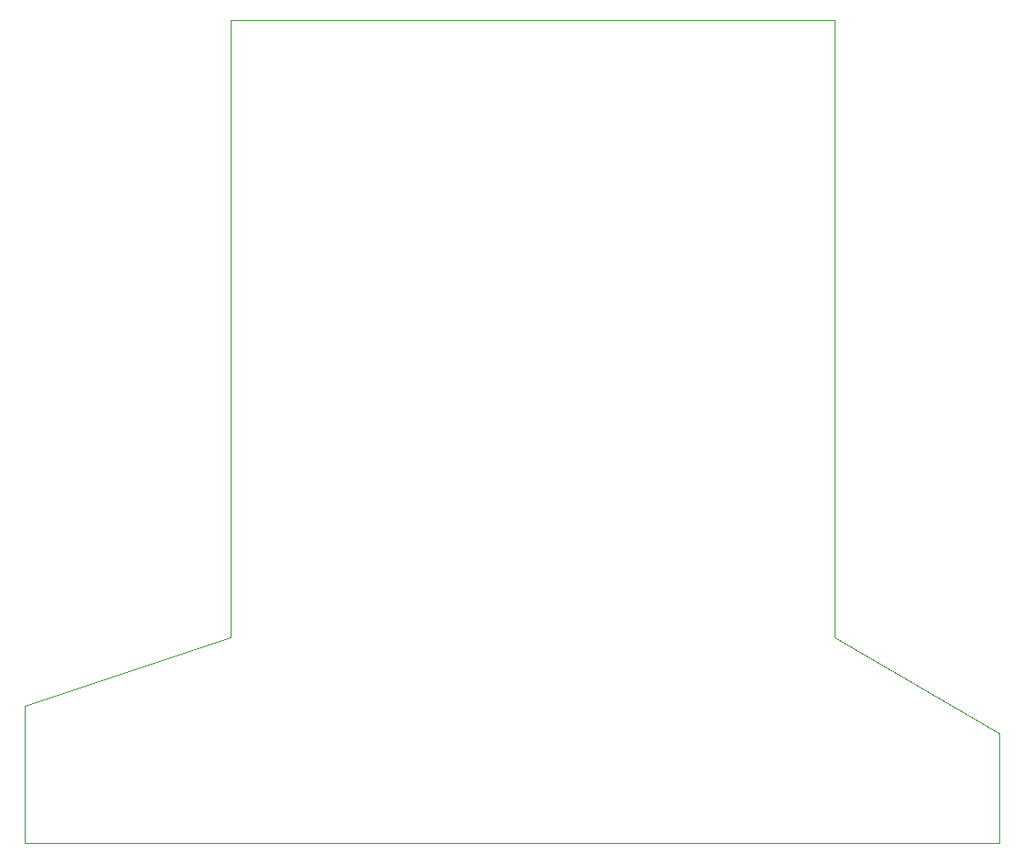
<source format=gbr>
%TF.GenerationSoftware,KiCad,Pcbnew,9.0.1-9.0.1-0~ubuntu24.04.1*%
%TF.CreationDate,2025-04-22T11:50:31+09:00*%
%TF.ProjectId,PSCE-TEST_Arty,50534345-2d54-4455-9354-5f417274792e,rev?*%
%TF.SameCoordinates,Original*%
%TF.FileFunction,Profile,NP*%
%FSLAX46Y46*%
G04 Gerber Fmt 4.6, Leading zero omitted, Abs format (unit mm)*
G04 Created by KiCad (PCBNEW 9.0.1-9.0.1-0~ubuntu24.04.1) date 2025-04-22 11:50:31*
%MOMM*%
%LPD*%
G01*
G04 APERTURE LIST*
%TA.AperFunction,Profile*%
%ADD10C,0.050000*%
%TD*%
G04 APERTURE END LIST*
D10*
X176530000Y-118110000D02*
X176530000Y-128270000D01*
X176530000Y-128270000D02*
X86360000Y-128270000D01*
X105410000Y-109220000D02*
X105410000Y-52070000D01*
X161290000Y-109220000D02*
X176530000Y-118110000D01*
X86360000Y-115570000D02*
X105410000Y-109220000D01*
X161290000Y-52070000D02*
X161290000Y-109220000D01*
X86360000Y-128270000D02*
X86360000Y-115570000D01*
X105410000Y-52070000D02*
X161290000Y-52070000D01*
M02*

</source>
